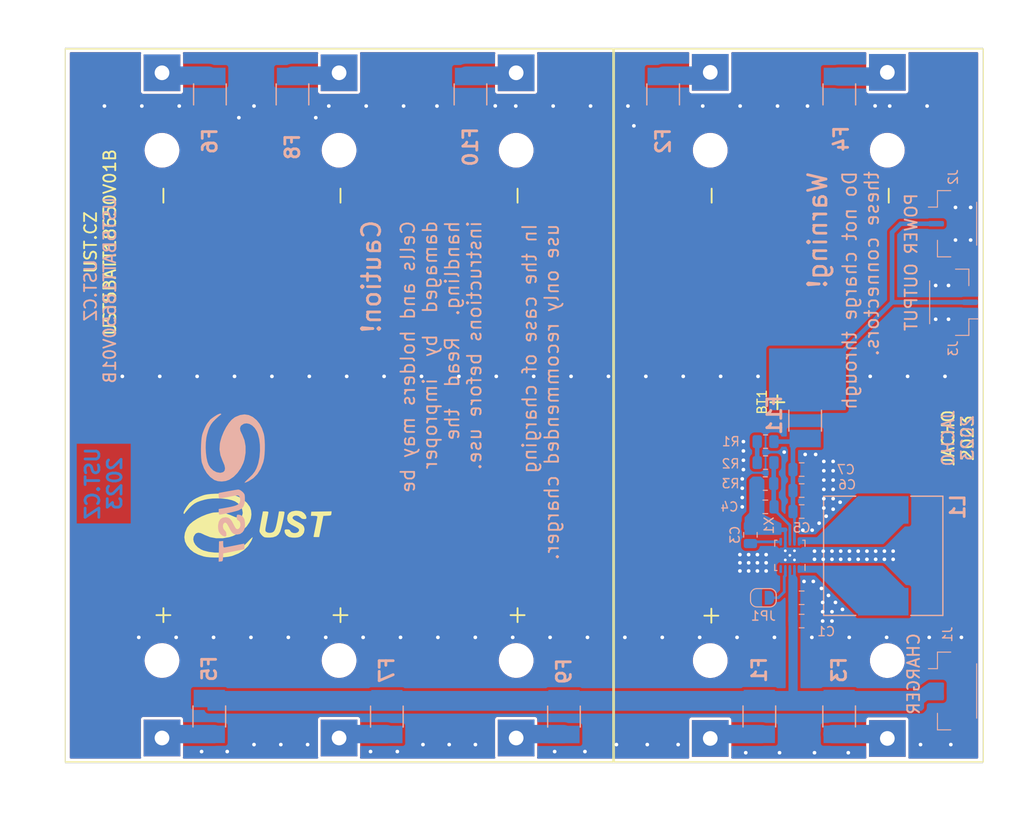
<source format=kicad_pcb>
(kicad_pcb (version 20211014) (generator pcbnew)
  (layers (0 "F.Cu" signal) (31 "B.Cu" signal) (34 "B.Paste" user) (35 "F.Paste" user) (36 "B.SilkS" user "B.Silkscreen") (37 "F.SilkS" user "F.Silkscreen") (38 "B.Mask" user) (39 "F.Mask" user) (44 "Edge.Cuts" user))
  (net 0 "")
  (net 1 "GND")
  (net 2 "Net-(C3-Pad2)")
  (net 3 "Net-(C4-Pad1)")
  (net 4 "Net-(C5-Pad2)")
  (net 5 "Net-(L1-Pad1)")
  (net 6 "Net-(L1-Pad2)")
  (net 7 "Net-(JP1-Pad2)")
  (net 9 "Net-(BT1-Pad1+)")
  (net 10 "Net-(BT1-Pad2+)")
  (net 11 "Net-(BT2-Pad1+)")
  (net 12 "Net-(BT2-Pad2+)")
  (net 13 "Net-(BT2-Pad3+)")
  (net 14 "Net-(C1-Pad2)")
  (net 15 "VDD")
  (net 16 "Net-(R1-Pad1)")
  (net 17 "Net-(BT1-Pad1-)")
  (net 18 "Net-(BT1-Pad2-)")
  (net 19 "Net-(BT2-Pad1-)")
  (net 20 "Net-(BT2-Pad2-)")
  (net 21 "Net-(BT2-Pad3-)")
  (net 22 "GND1")
  (footprint "Mlab_Batery:BAT_BK-18650-PC6" (layer "F.Cu") (at 103.505 103.24 90)
    (fp_text reference "BT2")
    (fp_text value "INR18650-MJ1")
    (fp_text user "-" (at 22.86 19.3 90 unlocked) (layer "F.SilkS") (effects (font (size 2 2) (thickness 0.2))))
    (fp_text user "+" (at -22.86 0 90 unlocked) (layer "F.SilkS") (effects (font (size 2 2) (thickness 0.2))))
    (fp_text user "-" (at 22.86 -19.3 90 unlocked) (layer "F.SilkS") (effects (font (size 2 2) (thickness 0.2))))
    (fp_text user "+" (at -22.86 -19.3 90 unlocked) (layer "F.SilkS") (effects (font (size 2 2) (thickness 0.2))))
    (fp_text user "-" (at 22.86 0 90 unlocked) (layer "F.SilkS") (effects (font (size 2 2) (thickness 0.2))))
    (fp_text user "+" (at -22.86 19.3 90 unlocked) (layer "F.SilkS") (effects (font (size 2 2) (thickness 0.2))))
    (pad "" np_thru_hole circle locked (at -27.805 -19.3 90) (size 3.2 3.2) (drill 3.2) (layers *.Cu *.Mask))
    (pad "" np_thru_hole circle locked (at 27.805 19.3 90) (size 3.2 3.2) (drill 3.2) (layers *.Cu *.Mask))
    (pad "" np_thru_hole circle locked (at 27.805 0 90) (size 3.2 3.2) (drill 3.2) (layers *.Cu *.Mask))
    (pad "" np_thru_hole circle locked (at -27.805 19.3 90) (size 3.2 3.2) (drill 3.2) (layers *.Cu *.Mask))
    (pad "" np_thru_hole circle locked (at 27.805 -19.3 90) (size 3.2 3.2) (drill 3.2) (layers *.Cu *.Mask))
    (pad "" np_thru_hole circle locked (at -27.805 0 90) (size 3.2 3.2) (drill 3.2) (layers *.Cu *.Mask))
    (pad "1+" thru_hole rect locked (at -36.25 -19.3 90) (size 4 4) (drill 1.6) (layers *.Cu *.Mask) (net 11 "Net-(BT2-Pad1+)"))
    (pad "1-" thru_hole rect locked (at 36.25 -19.3 90) (size 4 4) (drill 1.6) (layers *.Cu *.Mask) (net 19 "Net-(BT2-Pad1-)"))
    (pad "2+" thru_hole rect locked (at -36.25 0 90) (size 4 4) (drill 1.6) (layers *.Cu *.Mask) (net 12 "Net-(BT2-Pad2+)"))
    (pad "2-" thru_hole rect locked (at 36.25 0 90) (size 4 4) (drill 1.6) (layers *.Cu *.Mask) (net 20 "Net-(BT2-Pad2-)"))
    (pad "3+" thru_hole rect locked (at -36.25 19.3 90) (size 4 4) (drill 1.6) (layers *.Cu *.Mask) (net 13 "Net-(BT2-Pad3+)"))
    (pad "3-" thru_hole rect locked (at 36.25 19.3 90) (size 4 4) (drill 1.6) (layers *.Cu *.Mask) (net 21 "Net-(BT2-Pad3-)"))
  )
  (footprint "MLAB_LOGA:UST" (layer "F.Cu") (at 94.615 116.332)
    (fp_text reference "G2" hide)
    (fp_text value "LOGO_UST" hide)
  )
  (footprint "Mlab_Batery:BAT_BK-18650-PC4" (layer "F.Cu") (at 153.61 103.24 90)
    (fp_text reference "BT1" (at 0.37 -4.004 90) (layer "F.SilkS"))
    (fp_text value "INR18650-MJ1")
    (fp_text user "-" (at 22.86 9.65 90 unlocked) (layer "F.SilkS") (effects (font (size 2 2) (thickness 0.2))))
    (fp_text user "+" (at -22.920099 -9.684444 90 unlocked) (layer "F.SilkS") (effects (font (size 2 2) (thickness 0.2))))
    (fp_text user "-" (at 22.86 -9.65 90 unlocked) (layer "F.SilkS") (effects (font (size 2 2) (thickness 0.2))))
    (fp_text user "+" (at 0.342 -2.484 90 unlocked) (layer "F.SilkS") (effects (font (size 2 2) (thickness 0.2))))
    (pad "" np_thru_hole circle locked (at -27.81 -9.65 90) (size 3.2 3.2) (drill 3.2) (layers *.Cu *.Mask))
    (pad "" np_thru_hole circle locked (at -27.81 9.65 90) (size 3.2 3.2) (drill 3.2) (layers *.Cu *.Mask))
    (pad "" np_thru_hole circle locked (at 27.81 9.65 90) (size 3.2 3.2) (drill 3.2) (layers *.Cu *.Mask))
    (pad "" np_thru_hole circle locked (at 27.81 -9.65 90) (size 3.2 3.2) (drill 3.2) (layers *.Cu *.Mask))
    (pad "1+" thru_hole rect locked (at -36.3 -9.65 90) (size 4 4) (drill 1.6) (layers *.Cu *.Mask) (net 9 "Net-(BT1-Pad1+)"))
    (pad "1-" thru_hole rect locked (at 36.3 -9.65 90) (size 4 4) (drill 1.6) (layers *.Cu *.Mask) (net 17 "Net-(BT1-Pad1-)"))
    (pad "2+" thru_hole rect locked (at -36.3 9.65 90) (size 4 4) (drill 1.6) (layers *.Cu *.Mask) (net 10 "Net-(BT1-Pad2+)"))
    (pad "2-" thru_hole rect locked (at 36.3 9.65 90) (size 4 4) (drill 1.6) (layers *.Cu *.Mask) (net 18 "Net-(BT1-Pad2-)"))
  )
  (footprint "Mlab_F:1812" (layer "B.Cu") (at 138.826 69.342 -90)
    (fp_text reference "F2" (at 5.08 0 90) (layer "B.SilkS") (effects (font (size 1.524 1.524) (thickness 0.3048)) (justify mirror)))
    (fp_text value "350mA" hide)
    (pad "1" smd rect locked (at -1.95 0 270) (size 1.9 3.4) (layers "B.Cu" "B.Paste" "B.Mask") (net 17 "Net-(BT1-Pad1-)"))
    (pad "2" smd rect locked (at 1.95 0 270) (size 1.9 3.4) (layers "B.Cu" "B.Paste" "B.Mask") (net 1 "GND"))
  )
  (footprint "Capacitor_SMD:C_0805_2012Metric" (layer "B.Cu") (at 153.924 114.808 180)
    (fp_text reference "C5" (at 0 -1.778) (layer "B.SilkS") (effects (justify mirror)))
    (fp_text value "10uF" hide)
    (pad "1" smd roundrect (at -0.95 0 180) (size 1 1.45) (layers "B.Cu" "B.Paste" "B.Mask") (net 1 "GND"))
    (pad "2" smd roundrect (at 0.95 0 180) (size 1 1.45) (layers "B.Cu" "B.Paste" "B.Mask") (net 4 "Net-(C5-Pad2)"))
  )
  (footprint "NetTie:NetTie-2_SMD_Pad0.5mm" (layer "B.Cu") (at 151.626 116.798 180)
    (fp_text reference "JP2" hide)
    (fp_text value "Jumper_2_Bridged")
    (fp_poly (pts (xy -0.5 0.25) (xy 0.5 0.25) (xy 0.5 -0.25) (xy -0.5 -0.25)) (layer "B.Cu") (width 0) (fill solid))
    (pad "1" smd circle (at -0.5 0 180) (size 0.5 0.5) (layers "B.Cu") (net 1 "GND"))
    (pad "2" smd circle (at 0.5 0 180) (size 0.5 0.5) (layers "B.Cu") (net 22 "GND1"))
  )
  (footprint "Mlab_F:1812" (layer "B.Cu") (at 108.712 137.16 -90)
    (fp_text reference "F7" (at -5.08 0 90) (layer "B.SilkS") (effects (font (size 1.524 1.524) (thickness 0.3048)) (justify mirror)))
    (fp_text value "350mA" hide)
    (pad "1" smd rect locked (at -1.95 0 270) (size 1.9 3.4) (layers "B.Cu" "B.Paste" "B.Mask") (net 14 "Net-(C1-Pad2)"))
    (pad "2" smd rect locked (at 1.95 0 270) (size 1.9 3.4) (layers "B.Cu" "B.Paste" "B.Mask") (net 12 "Net-(BT2-Pad2+)"))
  )
  (footprint "Capacitor_SMD:C_0805_2012Metric" (layer "B.Cu") (at 153.924 124.206 180)
    (fp_text reference "C2" hide)
    (fp_text value "10uF" hide)
    (pad "1" smd roundrect (at -0.95 0 180) (size 1 1.45) (layers "B.Cu" "B.Paste" "B.Mask") (net 1 "GND"))
    (pad "2" smd roundrect (at 0.95 0 180) (size 1 1.45) (layers "B.Cu" "B.Paste" "B.Mask") (net 14 "Net-(C1-Pad2)"))
  )
  (footprint "Connector_JST:JST_GH_SM03B-GHS-TB_1x03-1MP_P1.25mm_Horizontal" (layer "B.Cu") (at 170.434 83.439 -90)
    (fp_text reference "J2" (at -5.08 0 90) (layer "B.SilkS") (effects (justify mirror)))
    (fp_text value "SM03B-GHS-TB")
    (pad "1" smd roundrect (at -1.25 1.85 270) (size 0.6 1.7) (layers "B.Cu" "B.Paste" "B.Mask") (net 1 "GND"))
    (pad "2" smd roundrect (at 0 1.85 270) (size 0.6 1.7) (layers "B.Cu" "B.Paste" "B.Mask") (net 15 "VDD"))
    (pad "3" smd roundrect (at 1.25 1.85 270) (size 0.6 1.7) (layers "B.Cu" "B.Paste" "B.Mask") (net 1 "GND"))
    (pad "MP" smd roundrect (at -3.1 -1.35 270) (size 1 2.7) (layers "B.Cu" "B.Paste" "B.Mask") (net 1 "GND"))
    (pad "MP" smd roundrect (at 3.1 -1.35 270) (size 1 2.7) (layers "B.Cu" "B.Paste" "B.Mask") (net 1 "GND"))
  )
  (footprint "Mlab_F:1812" (layer "B.Cu") (at 158.026 69.342 -90)
    (fp_text reference "F4" (at 4.826 -0.216 90) (layer "B.SilkS") (effects (font (size 1.524 1.524) (thickness 0.3048)) (justify mirror)))
    (fp_text value "350mA" hide)
    (pad "1" smd rect locked (at -1.95 0 270) (size 1.9 3.4) (layers "B.Cu" "B.Paste" "B.Mask") (net 18 "Net-(BT1-Pad2-)"))
    (pad "2" smd rect locked (at 1.95 0 270) (size 1.9 3.4) (layers "B.Cu" "B.Paste" "B.Mask") (net 1 "GND"))
  )
  (footprint "Mlab_F:1812" (layer "B.Cu") (at 98.426 69.342 -90)
    (fp_text reference "F8" (at 5.715 0 90) (layer "B.SilkS") (effects (font (size 1.524 1.524) (thickness 0.3048)) (justify mirror)))
    (fp_text value "350mA" hide)
    (pad "1" smd rect locked (at -1.95 0 270) (size 1.9 3.4) (layers "B.Cu" "B.Paste" "B.Mask") (net 20 "Net-(BT2-Pad2-)"))
    (pad "2" smd rect locked (at 1.95 0 270) (size 1.9 3.4) (layers "B.Cu" "B.Paste" "B.Mask") (net 1 "GND"))
  )
  (footprint "Resistor_SMD:R_0805_2012Metric" (layer "B.Cu") (at 149.9635 111.76)
    (fp_text reference "R3" (at -3.7865 0) (layer "B.SilkS") (effects (justify mirror)))
    (fp_text value "100k" hide)
    (pad "1" smd roundrect (at -0.9125 0) (size 1.025 1.4) (layers "B.Cu" "B.Paste" "B.Mask") (roundrect_rratio 0.243902) (net 22 "GND1"))
    (pad "2" smd roundrect (at 0.9125 0) (size 1.025 1.4) (layers "B.Cu" "B.Paste" "B.Mask") (roundrect_rratio 0.243902) (net 3 "Net-(C4-Pad1)"))
  )
  (footprint "Mlab_F:1812" (layer "B.Cu") (at 89.426 69.342 -90)
    (fp_text reference "F6" (at 5.08 0 90) (layer "B.SilkS") (effects (font (size 1.524 1.524) (thickness 0.3048)) (justify mirror)))
    (fp_text value "350mA" hide)
    (pad "1" smd rect locked (at -1.95 0 270) (size 1.9 3.4) (layers "B.Cu" "B.Paste" "B.Mask") (net 19 "Net-(BT2-Pad1-)"))
    (pad "2" smd rect locked (at 1.95 0 270) (size 1.9 3.4) (layers "B.Cu" "B.Paste" "B.Mask") (net 1 "GND"))
  )
  (footprint "Capacitor_SMD:C_0805_2012Metric" (layer "B.Cu") (at 149.9635 114.3 180)
    (fp_text reference "C4" (at 3.9135 0) (layer "B.SilkS") (effects (justify mirror)))
    (fp_text value "10p" hide)
    (pad "1" smd roundrect (at -0.95 0 180) (size 1 1.45) (layers "B.Cu" "B.Paste" "B.Mask") (net 3 "Net-(C4-Pad1)"))
    (pad "2" smd roundrect (at 0.95 0 180) (size 1 1.45) (layers "B.Cu" "B.Paste" "B.Mask") (net 22 "GND1"))
  )
  (footprint "Mlab_F:1812" (layer "B.Cu") (at 128.016 137.16 -90)
    (fp_text reference "F9" (at -4.953 0 90) (layer "B.SilkS") (effects (font (size 1.524 1.524) (thickness 0.3048)) (justify mirror)))
    (fp_text value "350mA" hide)
    (pad "1" smd rect locked (at -1.95 0 270) (size 1.9 3.4) (layers "B.Cu" "B.Paste" "B.Mask") (net 14 "Net-(C1-Pad2)"))
    (pad "2" smd rect locked (at 1.95 0 270) (size 1.9 3.4) (layers "B.Cu" "B.Paste" "B.Mask") (net 13 "Net-(BT2-Pad3+)"))
  )
  (footprint "Resistor_SMD:R_0805_2012Metric" (layer "B.Cu") (at 149.987 107.188)
    (fp_text reference "R1" (at -3.7865 0) (layer "B.SilkS") (effects (justify mirror)))
    (fp_text value "560k" hide)
    (pad "1" smd roundrect (at -0.9125 0) (size 1.025 1.4) (layers "B.Cu" "B.Paste" "B.Mask") (roundrect_rratio 0.243902) (net 16 "Net-(R1-Pad1)"))
    (pad "2" smd roundrect (at 0.9125 0) (size 1.025 1.4) (layers "B.Cu" "B.Paste" "B.Mask") (roundrect_rratio 0.243902) (net 4 "Net-(C5-Pad2)"))
  )
  (footprint "Capacitor_SMD:C_0805_2012Metric" (layer "B.Cu") (at 153.924 110.236 180)
    (fp_text reference "C7" (at -4.826 0) (layer "B.SilkS") (effects (justify mirror)))
    (fp_text value "47uF/6V3" hide)
    (pad "1" smd roundrect (at -0.95 0 180) (size 1 1.45) (layers "B.Cu" "B.Paste" "B.Mask") (net 1 "GND"))
    (pad "2" smd roundrect (at 0.95 0 180) (size 1 1.45) (layers "B.Cu" "B.Paste" "B.Mask") (net 4 "Net-(C5-Pad2)"))
  )
  (footprint "Mlab_F:1812" (layer "B.Cu") (at 117.826 69.342 -90)
    (fp_text reference "F10" (at 5.715 0 90) (layer "B.SilkS") (effects (font (size 1.524 1.524) (thickness 0.3048)) (justify mirror)))
    (fp_text value "350mA" hide)
    (pad "1" smd rect locked (at -1.95 0 270) (size 1.9 3.4) (layers "B.Cu" "B.Paste" "B.Mask") (net 21 "Net-(BT2-Pad3-)"))
    (pad "2" smd rect locked (at 1.95 0 270) (size 1.9 3.4) (layers "B.Cu" "B.Paste" "B.Mask") (net 1 "GND"))
  )
  (footprint "Jumper:SolderJumper-2_P1.3mm_Open_RoundedPad1.0x1.5mm" (layer "B.Cu") (at 149.748 124.206)
    (fp_text reference "JP1" (at 0 1.984) (layer "B.SilkS") (effects (justify mirror)))
    (fp_text value "SolderJumper_2_Open" hide)
    (pad "1" smd custom (at -0.65 0) (size 1 0.5) (layers "B.Cu" "B.Mask") (net 1 "GND") (options (clearance outline) (anchor rect)) (primitives (gr_circle (center 0 -0.25) (end 0.5 -0.25) (width 0) (fill yes)) (gr_circle (center 0 0.25) (end 0.5 0.25) (width 0) (fill yes)) (gr_poly (pts (xy 0.5 0.75) (xy 0 0.75) (xy 0 -0.75) (xy 0.5 -0.75)) (width 0) (fill yes))))
    (pad "2" smd custom (at 0.65 0) (size 1 0.5) (layers "B.Cu" "B.Mask") (net 7 "Net-(JP1-Pad2)") (options (clearance outline) (anchor rect)) (primitives (gr_circle (center 0 -0.25) (end 0.5 -0.25) (width 0) (fill yes)) (gr_circle (center 0 0.25) (end 0.5 0.25) (width 0) (fill yes)) (gr_poly (pts (xy 0 0.75) (xy -0.5 0.75) (xy -0.5 -0.75) (xy 0 -0.75)) (width 0) (fill yes))))
  )
  (footprint "Capacitor_SMD:C_0805_2012Metric" (layer "B.Cu") (at 148.336 117.348 -90)
    (fp_text reference "C3" (at 0 1.68 -270) (layer "B.SilkS") (effects (justify mirror)))
    (fp_text value "100nF" hide)
    (pad "1" smd roundrect (at -0.95 0 270) (size 1 1.45) (layers "B.Cu" "B.Paste" "B.Mask") (net 22 "GND1"))
    (pad "2" smd roundrect (at 0.95 0 270) (size 1 1.45) (layers "B.Cu" "B.Paste" "B.Mask") (net 2 "Net-(C3-Pad2)"))
  )
  (footprint "MLAB_LOGA:UST" (layer "B.Cu") (at 91.926 112.198 -90)
    (fp_text reference "G1" hide)
    (fp_text value "LOGO_UST" hide)
  )
  (footprint "Mlab_L:DE1207" (layer "B.Cu") (at 162.814 119.634 -90)
    (fp_text reference "L1" (at -5.334 -8.128 90) (layer "B.SilkS") (effects (font (size 1.524 1.524) (thickness 0.3048)) (justify mirror)))
    (fp_text value "DE1207-1" hide)
    (pad "1" smd rect (at 5 0 270) (size 3 5.5) (layers "B.Cu" "B.Paste" "B.Mask") (net 5 "Net-(L1-Pad1)"))
    (pad "2" smd rect (at -5 0 270) (size 3 5.5) (layers "B.Cu" "B.Paste" "B.Mask") (net 6 "Net-(L1-Pad2)"))
  )
  (footprint "Capacitor_SMD:C_0805_2012Metric" (layer "B.Cu") (at 153.924 112.522 180)
    (fp_text reference "C6" (at -4.953 0.635) (layer "B.SilkS") (effects (justify mirror)))
    (fp_text value "47uF/6V3" hide)
    (pad "1" smd roundrect (at -0.95 0 180) (size 1 1.45) (layers "B.Cu" "B.Paste" "B.Mask") (net 1 "GND"))
    (pad "2" smd roundrect (at 0.95 0 180) (size 1 1.45) (layers "B.Cu" "B.Paste" "B.Mask") (net 4 "Net-(C5-Pad2)"))
  )
  (footprint "Mlab_F:1812" (layer "B.Cu") (at 158.01 137.14 -90)
    (fp_text reference "F3" (at -5.08 0 90) (layer "B.SilkS") (effects (font (size 1.524 1.524) (thickness 0.3048)) (justify mirror)))
    (fp_text value "350mA" hide)
    (pad "1" smd rect locked (at -1.95 0 270) (size 1.9 3.4) (layers "B.Cu" "B.Paste" "B.Mask") (net 14 "Net-(C1-Pad2)"))
    (pad "2" smd rect locked (at 1.95 0 270) (size 1.9 3.4) (layers "B.Cu" "B.Paste" "B.Mask") (net 10 "Net-(BT1-Pad2+)"))
  )
  (footprint "Capacitor_SMD:C_0805_2012Metric" (layer "B.Cu") (at 153.924 126.746 180)
    (fp_text reference "C1" (at -2.667 -1.143) (layer "B.SilkS") (effects (justify mirror)))
    (fp_text value "47uF/6V3" hide)
    (pad "1" smd roundrect (at -0.95 0 180) (size 1 1.45) (layers "B.Cu" "B.Paste" "B.Mask") (net 1 "GND"))
    (pad "2" smd roundrect (at 0.95 0 180) (size 1 1.45) (layers "B.Cu" "B.Paste" "B.Mask") (net 14 "Net-(C1-Pad2)"))
  )
  (footprint "Resistor_SMD:R_0805_2012Metric" (layer "B.Cu") (at 149.987 109.474 180)
    (fp_text reference "R2" (at 3.81 -0.127) (layer "B.SilkS") (effects (justify mirror)))
    (fp_text value "20k" hide)
    (pad "1" smd roundrect (at -0.9125 0 180) (size 1.025 1.4) (layers "B.Cu" "B.Paste" "B.Mask") (roundrect_rratio 0.243902) (net 3 "Net-(C4-Pad1)"))
    (pad "2" smd roundrect (at 0.9125 0 180) (size 1.025 1.4) (layers "B.Cu" "B.Paste" "B.Mask") (roundrect_rratio 0.243902) (net 16 "Net-(R1-Pad1)"))
  )
  (footprint "Package_SON:Texas_S-PWSON-N10_ThermalVias" (layer "B.Cu") (at 152.638 119.585 90)
    (fp_text reference "X1" (at 3.253 -2.27 90) (layer "B.SilkS") (effects (justify mirror)))
    (fp_text value "TPS63060" hide)
    (pad "1" smd rect (at -1.76 1 90) (size 0.28 0.28) (layers "B.Cu" "B.Paste" "B.Mask") (net 5 "Net-(L1-Pad1)"))
    (pad "1" smd oval (at -1.475 1 90) (size 0.85 0.28) (layers "B.Cu" "B.Paste" "B.Mask") (net 5 "Net-(L1-Pad1)"))
    (pad "2" smd rect (at -1.76 0.5 90) (size 0.28 0.28) (layers "B.Cu" "B.Paste" "B.Mask") (net 14 "Net-(C1-Pad2)"))
    (pad "2" smd oval (at -1.475 0.5 90) (size 0.85 0.28) (layers "B.Cu" "B.Paste" "B.Mask") (net 14 "Net-(C1-Pad2)"))
    (pad "3" smd rect (at -1.76 0 90) (size 0.28 0.28) (layers "B.Cu" "B.Paste" "B.Mask") (net 14 "Net-(C1-Pad2)"))
    (pad "3" smd oval (at -1.475 0 90) (size 0.85 0.28) (layers "B.Cu" "B.Paste" "B.Mask") (net 14 "Net-(C1-Pad2)"))
    (pad "4" smd oval (at -1.475 -0.5 90) (size 0.85 0.28) (layers "B.Cu" "B.Paste" "B.Mask") (net 7 "Net-(JP1-Pad2)"))
    (pad "4" smd rect (at -1.76 -0.5 90) (size 0.28 0.28) (layers "B.Cu" "B.Paste" "B.Mask") (net 7 "Net-(JP1-Pad2)"))
    (pad "5" smd rect (at -1.76 -1 90) (size 0.28 0.28) (layers "B.Cu" "B.Paste" "B.Mask"))
    (pad "5" smd oval (at -1.475 -1 90) (size 0.85 0.28) (layers "B.Cu" "B.Paste" "B.Mask"))
    (pad "6" smd oval (at 1.475 -1 90) (size 0.85 0.28) (layers "B.Cu" "B.Paste" "B.Mask") (net 2 "Net-(C3-Pad2)"))
    (pad "6" smd rect (at 1.76 -1 90) (size 0.28 0.28) (layers "B.Cu" "B.Paste" "B.Mask") (net 2 "Net-(C3-Pad2)"))
    (pad "7" smd oval (at 1.475 -0.5 90) (size 0.85 0.28) (layers "B.Cu" "B.Paste" "B.Mask") (net 1 "GND"))
    (pad "7" smd rect (at 1.76 -0.5 90) (size 0.28 0.28) (layers "B.Cu" "B.Paste" "B.Mask") (net 1 "GND"))
    (pad "8" smd oval (at 1.475 0 90) (size 0.85 0.28) (layers "B.Cu" "B.Paste" "B.Mask") (net 3 "Net-(C4-Pad1)"))
    (pad "8" smd rect (at 1.76 0 90) (size 0.28 0.28) (layers "B.Cu" "B.Paste" "B.Mask") (net 3 "Net-(C4-Pad1)"))
    (pad "9" smd oval (at 1.475 0.5 90) (size 0.85 0.28) (layers "B.Cu" "B.Paste" "B.Mask") (net 4 "Net-(C5-Pad2)"))
    (pad "9" smd rect (at 1.76 0.5 90) (size 0.28 0.28) (layers "B.Cu" "B.Paste" "B.Mask") (net 4 "Net-(C5-Pad2)"))
    (pad "10" smd rect (at 1.76 1 90) (size 0.28 0.28) (layers "B.Cu" "B.Paste" "B.Mask") (net 6 "Net-(L1-Pad2)"))
    (pad "10" smd oval (at 1.475 1 90) (size 0.85 0.28) (layers "B.Cu" "B.Paste" "B.Mask") (net 6 "Net-(L1-Pad2)"))
    (pad "11" smd rect (at -0.6 -1.425 90) (size 0.25 0.7) (layers "B.Cu" "B.Paste" "B.Mask") (net 1 "GND"))
    (pad "11" smd rect (at 0.6 -1.425 90) (size 0.25 0.7) (layers "B.Cu" "B.Paste" "B.Mask") (net 1 "GND"))
    (pad "11" smd rect (at -0.6 -1.425 90) (size 0.23 0.6) (layers "B.Cu" "B.Paste" "B.Mask") (net 1 "GND"))
    (pad "11" thru_hole circle (at 0 0 90) (size 0.6 0.6) (drill 0.3) (layers *.Cu *.Mask) (net 1 "GND"))
    (pad "11" smd rect (at -0.6 1.425 90) (size 0.25 0.7) (layers "B.Cu" "B.Paste" "B.Mask") (net 1 "GND"))
    (pad "11" smd rect (at 0 0 90) (size 1.7 2.15) (layers "B.Cu" "B.Mask") (net 1 "GND"))
    (pad "11" smd rect (at 0.435 0.56 90) (size 0.65 0.9) (layers "B.Cu" "B.Paste" "B.Mask") (net 1 "GND"))
    (pad "11" smd rect (at 0.2 1.425 90) (size 0.25 0.7) (layers "B.Cu" "B.Paste" "B.Mask") (net 1 "GND"))
    (pad "11" smd rect (at -0.2 -1.425 90) (size 0.23 0.6) (layers "B.Cu" "B.Paste" "B.Mask") (net 1 "GND"))
    (pad "11" smd rect (at 0.2 1.425 90) (size 0.23 0.6) (layers "B.Cu" "B.Paste" "B.Mask") (net 1 "GND"))
    (pad "11" thru_hole circle (at 0.5 0.5 90) (size 0.6 0.6) (drill 0.3) (layers *.Cu *.Mask) (net 1 "GND"))
    (pad "11" smd rect (at -0.001 0 90) (size 2.3 2.3) (layers "F.Cu") (net 1 "GND"))
    (pad "11" smd rect (at 0.2 -1.425 90) (size 0.25 0.7) (layers "B.Cu" "B.Paste" "B.Mask") (net 1 "GND"))
    (pad "11" smd rect (at 0.6 1.425 90) (size 0.25 0.7) (layers "B.Cu" "B.Paste" "B.Mask") (net 1 "GND"))
    (pad "11" thru_hole circle (at -0.5 -0.5 90) (size 0.6 0.6) (drill 0.3) (layers *.Cu *.Mask) (net 1 "GND"))
    (pad "11" smd rect (at 0.2 -1.425 90) (size 0.23 0.6) (layers "B.Cu" "B.Paste" "B.Mask") (net 1 "GND"))
    (pad "11" smd rect (at -0.2 1.425 90) (size 0.25 0.7) (layers "B.Cu" "B.Paste" "B.Mask") (net 1 "GND"))
    (pad "11" thru_hole circle (at -0.5 0.5 90) (size 0.6 0.6) (drill 0.3) (layers *.Cu *.Mask) (net 1 "GND"))
    (pad "11" smd rect (at -0.435 -0.56 90) (size 0.65 0.9) (layers "B.Cu" "B.Paste" "B.Mask") (net 1 "GND"))
    (pad "11" smd rect (at -0.6 1.425 90) (size 0.23 0.6) (layers "B.Cu" "B.Paste" "B.Mask") (net 1 "GND"))
    (pad "11" thru_hole circle (at 0.5 -0.5 90) (size 0.6 0.6) (drill 0.3) (layers *.Cu *.Mask) (net 1 "GND"))
    (pad "11" smd rect (at -0.435 0.56 90) (size 0.65 0.9) (layers "B.Cu" "B.Paste" "B.Mask") (net 1 "GND"))
    (pad "11" smd rect (at 0.435 -0.56 90) (size 0.65 0.9) (layers "B.Cu" "B.Paste" "B.Mask") (net 1 "GND"))
    (pad "11" smd rect (at -0.2 -1.425 90) (size 0.25 0.7) (layers "B.Cu" "B.Paste" "B.Mask") (net 1 "GND"))
    (pad "11" smd rect (at 0.6 1.425 90) (size 0.23 0.6) (layers "B.Cu" "B.Paste" "B.Mask") (net 1 "GND"))
    (pad "11" smd rect (at 0.6 -1.425 90) (size 0.23 0.6) (layers "B.Cu" "B.Paste" "B.Mask") (net 1 "GND"))
    (pad "11" smd rect (at -0.2 1.425 90) (size 0.23 0.6) (layers "B.Cu" "B.Paste" "B.Mask") (net 1 "GND"))
  )
  (footprint "Connector_JST:JST_GH_SM04B-GHS-TB_1x04-1MP_P1.25mm_Horizontal" (layer "B.Cu") (at 170.434 134.366 -90)
    (fp_text reference "J1" (at -6.168 0.608 90) (layer "B.SilkS") (effects (justify mirror)))
    (fp_text value "SM04B-GHS-TB")
    (pad "1" smd roundrect (at -1.875 1.85 270) (size 0.6 1.7) (layers "B.Cu" "B.Paste" "B.Mask") (net 1 "GND"))
    (pad "2" smd roundrect (at -0.625 1.85 270) (size 0.6 1.7) (layers "B.Cu" "B.Paste" "B.Mask") (net 14 "Net-(C1-Pad2)"))
    (pad "3" smd roundrect (at 0.625 1.85 270) (size 0.6 1.7) (layers "B.Cu" "B.Paste" "B.Mask") (net 14 "Net-(C1-Pad2)"))
    (pad "4" smd roundrect (at 1.875 1.85 270) (size 0.6 1.7) (layers "B.Cu" "B.Paste" "B.Mask") (net 1 "GND"))
    (pad "MP" smd roundrect (at -3.725 -1.35 270) (size 1 2.7) (layers "B.Cu" "B.Paste" "B.Mask") (net 1 "GND"))
    (pad "MP" smd roundrect (at 3.725 -1.35 270) (size 1 2.7) (layers "B.Cu" "B.Paste" "B.Mask") (net 1 "GND"))
  )
  (footprint "Connector_JST:JST_GH_SM03B-GHS-TB_1x03-1MP_P1.25mm_Horizontal" (layer "B.Cu") (at 170.434 92 90)
    (fp_text reference "J3" (at -5.028 0 90) (layer "B.SilkS") (effects (justify mirror)))
    (fp_text value "SM03B-GHS-TB")
    (pad "1" smd roundrect (at -1.25 1.85 90) (size 0.6 1.7) (layers "B.Cu" "B.Paste" "B.Mask") (net 1 "GND"))
    (pad "2" smd roundrect (at 0 1.85 90) (size 0.6 1.7) (layers "B.Cu" "B.Paste" "B.Mask") (net 15 "VDD"))
    (pad "3" smd roundrect (at 1.25 1.85 90) (size 0.6 1.7) (layers "B.Cu" "B.Paste" "B.Mask") (net 1 "GND"))
    (pad "MP" smd roundrect (at -3.1 -1.35 90) (size 1 2.7) (layers "B.Cu" "B.Paste" "B.Mask") (net 1 "GND"))
    (pad "MP" smd roundrect (at 3.1 -1.35 90) (size 1 2.7) (layers "B.Cu" "B.Paste" "B.Mask") (net 1 "GND"))
  )
  (footprint "Mlab_F:1812" (layer "B.Cu") (at 89.36 137.14 -90)
    (fp_text reference "F5" (at -5.207 0 90) (layer "B.SilkS") (effects (font (size 1.524 1.524) (thickness 0.3048)) (justify mirror)))
    (fp_text value "350mA" hide)
    (pad "1" smd rect locked (at -1.95 0 270) (size 1.9 3.4) (layers "B.Cu" "B.Paste" "B.Mask") (net 14 "Net-(C1-Pad2)"))
    (pad "2" smd rect locked (at 1.95 0 270) (size 1.9 3.4) (layers "B.Cu" "B.Paste" "B.Mask") (net 11 "Net-(BT2-Pad1+)"))
  )
  (footprint "Mlab_F:1812" (layer "B.Cu") (at 149.31 137.14 -90)
    (fp_text reference "F1" (at -5.08 0 90) (layer "B.SilkS") (effects (font (size 1.524 1.524) (thickness 0.3048)) (justify mirror)))
    (fp_text value "350mA" hide)
    (pad "1" smd rect locked (at -1.95 0 270) (size 1.9 3.4) (layers "B.Cu" "B.Paste" "B.Mask") (net 14 "Net-(C1-Pad2)"))
    (pad "2" smd rect locked (at 1.95 0 270) (size 1.9 3.4) (layers "B.Cu" "B.Paste" "B.Mask") (net 9 "Net-(BT1-Pad1+)"))
  )
  (footprint "Mlab_F:1812" (layer "B.Cu") (at 154.305 104.902 90)
    (fp_text reference "F11" (at 0.612 -3.345 90) (layer "B.SilkS") (effects (font (size 1.524 1.524) (thickness 0.3048)) (justify mirror)))
    (fp_text value "1,1A" hide)
    (pad "1" smd rect locked (at -1.95 0 90) (size 1.9 3.4) (layers "B.Cu" "B.Paste" "B.Mask") (net 4 "Net-(C5-Pad2)"))
    (pad "2" smd rect locked (at 1.95 0 90) (size 1.9 3.4) (layers "B.Cu" "B.Paste" "B.Mask") (net 15 "VDD"))
  )
  (gr_rect (start 73.66 142.24) (end 173.66 64.24) (layer "Edge.Cuts") (width 0.05) (fill none))
  (gr_text "UST.CZ\n2023" (at 77.851 111.76 90) (layer "B.Cu") (effects (font (size 1.5 1.5) (thickness 0.3)) (justify mirror)))
  (gr_text "UST.CZ\nUST5BATT18650V01B" (at 77.47 90.698 90) (layer "B.SilkS") (effects (font (size 1.3 1.3) (thickness 0.2)) (justify mirror)))
  (gr_text "CHARGER" (at 166.126 132.498 90) (layer "B.SilkS") (effects (font (size 1.3 1.3) (thickness 0.2)) (justify mirror)))
  (gr_text "JACHO\n2023" (at 170.942 106.807 90) (layer "B.SilkS") (effects (font (size 1.3 1.3) (thickness 0.2)) (justify mirror)))
  (gr_text "Warning!" (at 155.66 84.14 90) (layer "B.SilkS") (effects (font (size 2 2) (thickness 0.3)) (justify mirror)))
  (gr_text "Cells and holders may be\ndamaged  by  improper\nhandling.  Read  the\ninstructions before use." (at 114.626 82.998 90) (layer "B.SilkS") (effects (font (size 1.5 1.5) (thickness 0.2)) (justify left mirror)))
  (gr_text "POWER OUTPUT" (at 165.862 87.63 90) (layer "B.SilkS") (effects (font (size 1.3 1.3) (thickness 0.2)) (justify mirror)))
  (gr_text "Caution!" (at 107.026 89.198 90) (layer "B.SilkS") (effects (font (size 2 2) (thickness 0.3)) (justify mirror)))
  (gr_text "In the case of charging\nuse only recommended charger." (at 125.476 83.312 90) (layer "B.SilkS") (effects (font (size 1.5 1.5) (thickness 0.2)) (justify left mirror)))
  (gr_text "Do not charge through\nthese connectors." (at 160.36 77.59 90) (layer "B.SilkS") (effects (font (size 1.5 1.5) (thickness 0.2)) (justify left mirror)))
  (gr_text "UST.CZ\nUST5BATT18650V01B" (at 77.47 85.471 90) (layer "F.SilkS") (effects (font (size 1.3 1.3) (thickness 0.2))))
  (gr_text "JACHO\n2023" (at 170.942 106.807 90) (layer "F.SilkS") (effects (font (size 1.3 1.3) (thickness 0.2))))
  (via (at 157.226 120.015) (size 0.8) (drill 0.4) (layers "F.Cu" "B.Cu") (net 1))
  (via (at 102.38509 70.612) (size 0.8) (drill 0.4) (layers "F.Cu" "B.Cu") (net 1))
  (via (at 100.965 71.882) (size 0.8) (drill 0.4) (layers "F.Cu" "B.Cu") (net 1))
  (via (at 159.131 119.126) (size 0.8) (drill 0.4) (layers "F.Cu" "B.Cu") (net 1))
  (via (at 161.393905 100.076) (size 0.8) (drill 0.4) (layers "F.Cu" "B.Cu") (net 1))
  (via (at 118.352455 128.524) (size 0.8) (drill 0.4) (layers "F.Cu" "B.Cu") (net 1))
  (via (at 130.57909 128.524) (size 0.8) (drill 0.4) (layers "F.Cu" "B.Cu") (net 1))
  (via (at 147.193 120.396) (size 0.8) (drill 0.4) (layers "F.Cu" "B.Cu") (net 1))
  (via (at 158.115 113.792) (size 0.8) (drill 0.4) (layers "F.Cu" "B.Cu") (net 1))
  (via (at 161.036 119.126) (size 0.8) (drill 0.4) (layers "F.Cu" "B.Cu") (net 1))
  (via (at 163.518265 70.612) (size 0.8) (drill 0.4) (layers "F.Cu" "B.Cu") (net 1))
  (via (at 108.41182 100.076) (size 0.8) (drill 0.4) (layers "F.Cu" "B.Cu") (net 1))
  (via (at 150.0505 119.507) (size 0.8) (drill 0.4) (layers "F.Cu" "B.Cu") (net 1))
  (via (at 169.545005 100.076) (size 0.8) (drill 0.4) (layers "F.Cu" "B.Cu") (net 1))
  (via (at 157.607 124.714) (size 0.8) (drill 0.4) (layers "F.Cu" "B.Cu") (net 1))
  (via (at 89.82364 128.524) (size 0.8) (drill 0.4) (layers "F.Cu" "B.Cu") (net 1))
  (via (at 92.10964 100.076) (size 0.8) (drill 0.4) (layers "F.Cu" "B.Cu") (net 1))
  (via (at 134.98945 70.612) (size 0.8) (drill 0.4) (layers "F.Cu" "B.Cu") (net 1))
  (via (at 156.2735 120.015) (size 0.8) (drill 0.4) (layers "F.Cu" "B.Cu") (net 1))
  (via (at 152.019 108.331) (size 0.8) (drill 0.4) (layers "F.Cu" "B.Cu") (net 1))
  (via (at 161.036 120.015) (size 0.8) (drill 0.4) (layers "F.Cu" "B.Cu") (net 1))
  (via (at 147.574 109.22) (size 0.8) (drill 0.4) (layers "F.Cu" "B.Cu") (net 1))
  (via (at 161.9885 119.126) (size 0.8) (drill 0.4) (layers "F.Cu" "B.Cu") (net 1))
  (via (at 124.714 100.076) (size 0.8) (drill 0.4) (layers "F.Cu" "B.Cu") (net 1))
  (via (at 156.845 123.952) (size 0.8) (drill 0.4) (layers "F.Cu" "B.Cu") (net 1))
  (via (at 147.828 141.097) (size 0.8) (drill 0.4) (layers "F.Cu" "B.Cu") (net 1))
  (via (at 97.155 140.208) (size 0.8) (drill 0.4) (layers "F.Cu" "B.Cu") (net 1))
  (via (at 148.1455 121.285) (size 0.8) (drill 0.4) (layers "F.Cu" "B.Cu") (net 1))
  (via (at 145.091725 100.076) (size 0.8) (drill 0.4) (layers "F.Cu" "B.Cu") (net 1))
  (via (at 154.178 122.428) (size 0.8) (drill 0.4) (layers "F.Cu" "B.Cu") (net 1))
  (via (at 106.12582 128.524) (size 0.8) (drill 0.4) (layers "F.Cu" "B.Cu") (net 1))
  (via (at 148.1455 120.396) (size 0.8) (drill 0.4) (layers "F.Cu" "B.Cu") (net 1))
  (via (at 155.448 108.585) (size 0.8) (drill 0.4) (layers "F.Cu" "B.Cu") (net 1))
  (via (at 137.0965 140.208) (size 0.8) (drill 0.4) (layers "F.Cu" "B.Cu") (net 1))
  (via (at 157.353 114.554) (size 0.8) (drill 0.4) (layers "F.Cu" "B.Cu") (net 1))
  (via (at 94.234 140.208) (size 0.8) (drill 0.4) (layers "F.Cu" "B.Cu") (net 1))
  (via (at 155.067 116.84) (size 0.8) (drill 0.4) (layers "F.Cu" "B.Cu") (net 1))
  (via (at 163.18345 128.524) (size 0.8) (drill 0.4) (layers "F.Cu" "B.Cu") (net 1))
  (via (at 155.321 119.126) (size 0.8) (drill 0.4) (layers "F.Cu" "B.Cu") (net 1))
  (via (at 150.0505 121.285) (size 0.8) (drill 0.4) (layers "F.Cu" "B.Cu") (net 1))
  (via (at 118.364 140.208) (size 0.8) (drill 0.4) (layers "F.Cu" "B.Cu") (net 1))
  (via (at 171.33455 128.524) (size 0.8) (drill 0.4) (layers "F.Cu" "B.Cu") (net 1))
  (via (at 168.529 90.17) (size 0.8) (drill 0.4) (layers "F.Cu" "B.Cu") (net 1))
  (via (at 157.226 126.746) (size 0.8) (drill 0.4) (layers "F.Cu" "B.Cu") (net 1))
  (via (at 85.748095 128.524) (size 0.8) (drill 0.4) (layers "F.Cu" "B.Cu") (net 1))
  (via (at 156.21 124.714) (size 0.8) (drill 0.4) (layers "F.Cu" "B.Cu") (net 1))
  (via (at 162.941 120.015) (size 0.8) (drill 0.4) (layers "F.Cu" "B.Cu") (net 1))
  (via (at 156.337 114.427) (size 0.8) (drill 0.4) (layers "F.Cu" "B.Cu") (net 1))
  (via (at 147.574 107.188) (size 0.8) (drill 0.4) (layers "F.Cu" "B.Cu") (net 1))
  (via (at 154.051 116.84) (size 0.8) (drill 0.4) (layers "F.Cu" "B.Cu") (net 1))
  (via (at 163.8935 120.015) (size 0.8) (drill 0.4) (layers "F.Cu" "B.Cu") (net 1))
  (via (at 149.16727 100.076) (size 0.8) (drill 0.4) (layers "F.Cu" "B.Cu") (net 1))
  (via (at 157.353 111.379) (size 0.8) (drill 0.4) (layers "F.Cu" "B.Cu") (net 1))
  (via (at 146.88127 128.524) (size 0.8) (drill 0.4) (layers "F.Cu" "B.Cu") (net 1))
  (via (at 160.0835 120.015) (size 0.8) (drill 0.4) (layers "F.Cu" "B.Cu") (net 1))
  (via (at 170.688 85.217) (size 0.8) (drill 0.4) (layers "F.Cu" "B.Cu") (net 1))
  (via (at 128.789545 100.076) (size 0.8) (drill 0.4) (layers "F.Cu" "B.Cu") (net 1))
  (via (at 147.574 108.204) (size 0.8) (drill 0.4) (layers "F.Cu" "B.Cu") (net 1))
  (via (at 140.462 140.208) (size 0.8) (drill 0.4) (layers "F.Cu" "B.Cu") (net 1))
  (via (at 156.21 125.73) (size 0.8) (drill 0.4) (layers "F.Cu" "B.Cu") (net 1))
  (via (at 156.337 109.347) (size 0.8) (drill 0.4) (layers "F.Cu" "B.Cu") (net 1))
  (via (at 122.762815 70.612) (size 0.8) (drill 0.4) (layers "F.Cu" "B.Cu") (net 1))
  (via (at 155.829 116.078) (size 0.8) (drill 0.4) (layers "F.Cu" "B.Cu") (net 1))
  (via (at 81.67255 128.524) (size 0.8) (drill 0.4) (layers "F.Cu" "B.Cu") (net 1))
  (via (at 154.559 70.612) (size 0.8) (drill 0.4) (layers "F.Cu" "B.Cu") (net 1))
  (via (at 155.194 122.428) (size 0.8) (drill 0.4) (layers "F.Cu" "B.Cu") (net 1))
  (via (at 142.805725 128.524) (size 0.8) (drill 0.4) (layers "F.Cu" "B.Cu") (net 1))
  (via (at 147.574 110.236) (size 0.8) (drill 0.4) (layers "F.Cu" "B.Cu") (net 1))
  (via (at 157.226 119.126) (size 0.8) (drill 0.4) (layers "F.Cu" "B.Cu") (net 1))
  (via (at 104.336275 100.076) (size 0.8) (drill 0.4) (layers "F.Cu" "B.Cu") (net 1))
  (via (at 157.226 125.73) (size 0.8) (drill 0.4) (layers "F.Cu" "B.Cu") (net 1))
  (via (at 168.529 93.853) (size 0.8) (drill 0.4) (layers "F.Cu" "B.Cu") (net 1))
  (via (at 116.56291 100.076) (size 0.8) (drill 0.4) (layers "F.Cu" "B.Cu") (net 1))
  (via (at 126.83836 70.612) (size 0.8) (drill 0.4) (layers "F.Cu" "B.Cu") (net 1))
  (via (at 147.193 119.507) (size 0.8) (drill 0.4) (layers "F.Cu" "B.Cu") (net 1))
  (via (at 158.1785 120.015) (size 0.8) (drill 0.4) (layers "F.Cu" "B.Cu") (net 1))
  (via (at 158.369 125.476) (size 0.8) (drill 0.4) (layers "F.Cu" "B.Cu") (net 1))
  (via (at 158.1785 119.126) (size 0.8) (drill 0.4) (layers "F.Cu" "B.Cu") (net 1))
  (via (at 156.591 115.316) (size 0.8) (drill 0.4) (layers "F.Cu" "B.Cu") (net 1))
  (via (at 114.27691 128.524) (size 0.8) (drill 0.4) (layers "F.Cu" "B.Cu") (net 1))
  (via (at 156.337 112.395) (size 0.8) (drill 0.4) (layers "F.Cu" "B.Cu") (net 1))
  (via (at 159.131 120.015) (size 0.8) (drill 0.4) (layers "F.Cu" "B.Cu") (net 1))
  (via (at 147.447 112.268) (size 0.8) (drill 0.4) (layers "F.Cu" "B.Cu") (net 1))
  (via (at 172.339 81.661) (size 0.8) (drill 0.4) (layers "F.Cu" "B.Cu") (net 1))
  (via (at 100.076 140.208) (size 0.8) (drill 0.4) (layers "F.Cu" "B.Cu") (net 1))
  (via (at 170.18 140.208) (size 0.8) (drill 0.4) (layers "F.Cu" "B.Cu") (net 1))
  (via (at 115.5065 140.208) (size 0.8) (drill 0.4) (layers "F.Cu" "B.Cu") (net 1))
  (via (at 127 140.97) (size 0.8) (drill 0.4) (layers "F.Cu" "B.Cu") (net 1))
  (via (at 136.940635 100.076) (size 0.8) (drill 0.4) (layers "F.Cu" "B.Cu") (net 1))
  (via (at 149.098 119.507) (size 0.8) (drill 0.4) (layers "F.Cu" "B.Cu") (net 1))
  (via (at 167.826 128.524) (size 0.8) (drill 0.4) (layers "F.Cu" "B.Cu") (net 1))
  (via (at 167.59382 70.612) (size 0.8) (drill 0.4) (layers "F.Cu" "B.Cu") (net 1))
  (via (at 110.53618 70.612) (size 0.8) (drill 0.4) (layers "F.Cu" "B.Cu") (net 1))
  (via (at 149.098 121.285) (size 0.8) (drill 0.4) (layers "F.Cu" "B.Cu") (net 1))
  (via (at 172.339 85.217) (size 0.8) (drill 0.4) (layers "F.Cu" "B.Cu") (net 1))
  (via (at 161.926 70.598) (size 0.8) (drill 0.4) (layers "F.Cu" "B.Cu") (net 1))
  (via (at 165.46945 100.076) (size 0.8) (drill 0.4) (layers "F.Cu" "B.Cu") (net 1))
  (via (at 151.511 141.097) (size 0.8) (drill 0.4) (layers "F.Cu" "B.Cu") (net 1))
  (via (at 110.201365 128.524) (size 0.8) (drill 0.4) (layers "F.Cu" "B.Cu") (net 1))
  (via (at 157.353 112.395) (size 0.8) (drill 0.4) (layers "F.Cu" "B.Cu") (net 1))
  (via (at 83.95855 100.076) (size 0.8) (drill 0.4) (layers "F.Cu" "B.Cu") (net 1))
  (via (at 163.8935 119.126) (size 0.8) (drill 0.4) (layers "F.Cu" "B.Cu") (net 1))
  (via (at 126.503545 128.524) (size 0.8) (drill 0.4) (layers "F.Cu" "B.Cu") (net 1))
  (via (at 132.86509 100.076) (size 0.8) (drill 0.4) (layers "F.Cu" "B.Cu") (net 1))
  (via (at 91.313 140.97) (size 0.8) (drill 0.4) (layers "F.Cu" "B.Cu") (net 1))
  (via (at 156.337 111.379) (size 0.8) (drill 0.4) (layers "F.Cu" "B.Cu") (net 1))
  (via (at 149.098 120.396) (size 0.8) (drill 0.4) (layers "F.Cu" "B.Cu") (net 1))
  (via (at 147.216085 70.612) (size 0.8) (drill 0.4) (layers "F.Cu" "B.Cu") (net 1))
  (via (at 120.638455 100.076) (size 0.8) (drill 0.4) (layers "F.Cu" "B.Cu") (net 1))
  (via (at 155.321 120.015) (size 0.8) (drill 0.4) (layers "F.Cu" "B.Cu") (net 1))
  (via (at 138.73018 128.524) (size 0.8) (drill 0.4) (layers "F.Cu" "B.Cu") (net 1))
  (via (at 94.234 70.612) (size 0.8) (drill 0.4) (layers "F.Cu" "B.Cu") (net 1))
  (via (at 134.654635 128.524) (size 0.8) (drill 0.4) (layers "F.Cu" "B.Cu") (net 1))
  (via (at 133.731 140.208) (size 0.8) (drill 0.4) (layers "F.Cu" "B.Cu") (net 1))
  (via (at 88.034095 100.076) (size 0.8) (drill 0.4) (layers "F.Cu" "B.Cu") (net 1))
  (via (at 156.337 113.411) (size 0.8) (drill 0.4) (layers "F.Cu" "B.Cu") (net 1))
  (via (at 156.21 126.746) (size 0.8) (drill 0.4) (layers "F.Cu" "B.Cu") (net 1))
  (via (at 130.913905 70.612) (size 0.8) (drill 0.4) (layers "F.Cu" "B.Cu") (net 1))
  (via (at 135.636 72.771) (size 0.8) (drill 0.4) (layers "F.Cu" "B.Cu") (net 1))
  (via (at 159.107905 128.524) (size 0.8) (drill 0.4) (layers "F.Cu" "B.Cu") (net 1))
  (via (at 169.926 90.17) (size 0.8) (drill 0.4) (layers "F.Cu" "B.Cu") (net 1))
  (via (at 88.519 140.97) (size 0.8) (drill 0.4) (layers "F.Cu" "B.Cu") (net 1))
  (via (at 122.428 128.524) (size 0.8) (drill 0.4) (layers "F.Cu" "B.Cu") (net 1))
  (via (at 109.855 140.97) (size 0.8) (drill 0.4) (layers "F.Cu" "B.Cu") (net 1))
  (via (at 160.0835 119.126) (size 0.8) (drill 0.4) (layers "F.Cu" "B.Cu") (net 1))
  (via (at 157.353 110.363) (size 0.8) (drill 0.4) (layers "F.Cu" "B.Cu") (net 1))
  (via (at 114.173 70.612) (size 0.8) (drill 0.4) (layers "F.Cu" "B.Cu") (net 1))
  (via (at 106.460635 70.612) (size 0.8) (drill 0.4) (layers "F.Cu" "B.Cu") (net 1))
  (via (at 97.97473 128.524) (size 0.8) (drill 0.4) (layers "F.Cu" "B.Cu") (net 1))
  (via (at 150.956815 128.524) (size 0.8) (drill 0.4) (layers "F.Cu" "B.Cu") (net 1))
  (via (at 93.899185 128.524) (size 0.8) (drill 0.4) (layers "F.Cu" "B.Cu") (net 1))
  (via (at 106.934 140.97) (size 0.8) (drill 0.4) (layers "F.Cu" "B.Cu") (net 1))
  (via (at 143.14054 70.612) (size 0.8) (drill 0.4) (layers "F.Cu" "B.Cu") (net 1))
  (via (at 92.583 71.882) (size 0.8) (drill 0.4) (layers "F.Cu" "B.Cu") (net 1))
  (via (at 130.302 140.97) (size 0.8) (drill 0.4) (layers "F.Cu" "B.Cu") (net 1))
  (via (at 169.926 93.853) (size 0.8) (drill 0.4) (layers "F.Cu" "B.Cu") (net 1))
  (via (at 156.083 123.19) (size 0.8) (drill 0.4) (layers "F.Cu" "B.Cu") (net 1))
  (via (at 79.883005 100.076) (size 0.8) (drill 0.4) (layers "F.Cu" "B.Cu") (net 1))
  (via (at 166.878 140.208) (size 0.8) (drill 0.4) (layers "F.Cu" "B.Cu") (net 1))
  (via (at 154.305 108.585) (size 0.8) (drill 0.4) (layers "F.Cu" "B.Cu") (net 1))
  (via (at 147.447 114.3) (size 0.8) (drill 0.4) (layers "F.Cu" "B.Cu") (net 1))
  (via (at 112.649 140.208) (size 0.8) (drill 0.4) (layers "F.Cu" "B.Cu") (net 1))
  (via (at 112.487365 100.076) (size 0.8) (drill 0.4) (layers "F.Cu" "B.Cu") (net 1))
  (via (at 96.185185 100.076) (size 0.8) (drill 0.4) (layers "F.Cu" "B.Cu") (net 1))
  (via (at 156.2735 119.126) (size 0.8) (drill 0.4) (layers "F.Cu" "B.Cu") (net 1))
  (via (at 170.688 81.661) (size 0.8) (drill 0.4) (layers "F.Cu" "B.Cu") (net 1))
  (via (at 155.03236 128.524) (size 0.8) (drill 0.4) (layers "F.Cu" "B.Cu") (net 1))
  (via (at 100.26073 100.076) (size 0.8) (drill 0.4) (layers "F.Cu" "B.Cu") (net 1))
  (via (at 120.526 70.598) (size 0.8) (drill 0.4) (layers "F.Cu" "B.Cu") (net 1))
  (via (at 155.321 141.097) (size 0.8) (drill 0.4) (layers "F.Cu" "B.Cu") (net 1))
  (via (at 150.0505 120.396) (size 0.8) (drill 0.4) (layers "F.Cu" "B.Cu") (net 1))
  (via (at 162.941 119.126) (size 0.8) (drill 0.4) (layers "F.Cu" "B.Cu") (net 1))
  (via (at 77.93182 70.612) (size 0.8) (drill 0.4) (layers "F.Cu" "B.Cu") (net 1))
  (via (at 141.01618 100.076) (size 0.8) (drill 0.4) (layers "F.Cu" "B.Cu") (net 1))
  (via (at 147.193 121.285) (size 0.8) (drill 0.4) (layers "F.Cu" "B.Cu") (net 1))
  (via (at 102.050275 128.524) (size 0.8) (drill 0.4) (layers "F.Cu" "B.Cu") (net 1))
  (via (at 161.9885 120.015) (size 0.8) (drill 0.4) (layers "F.Cu" "B.Cu") (net 1))
  (via (at 157.353 109.347) (size 0.8) (drill 0.4) (layers "F.Cu" "B.Cu") (net 1))
  (via (at 147.447 113.284) (size 0.8) (drill 0.4) (layers "F.Cu" "B.Cu") (net 1))
  (via (at 159.004 141.097) (size 0.8) (drill 0.4) (layers "F.Cu" "B.Cu") (net 1))
  (via (at 151.29163 70.612) (size 0.8) (drill 0.4) (layers "F.Cu" "B.Cu") (net 1))
  (via (at 82.007365 70.612) (size 0.8) (drill 0.4) (layers "F.Cu" "B.Cu") (net 1))
  (via (at 157.353 113.411) (size 0.8) (drill 0.4) (layers "F.Cu" "B.Cu") (net 1))
  (via (at 156.337 110.363) (size 0.8) (drill 0.4) (layers "F.Cu" "B.Cu") (net 1))
  (via (at 148.1455 119.507) (size 0.8) (drill 0.4) (layers "F.Cu" "B.Cu") (net 1))
  (via (at 147.447 111.252) (size 0.8) (drill 0.4) (layers "F.Cu" "B.Cu") (net 1))
  (via (at 86.08291 70.612) (size 0.8) (drill 0.4) (layers "F.Cu" "B.Cu") (net 1))
  (segment (start 149.884 119.785) (end 149.86 119.761) (width 0.3) (layer "B.Cu") (net 1))
  (segment (start 155.18 118.985) (end 155.321 119.126) (width 0.3) (layer "B.Cu") (net 1))
  (segment (start 155.062 119.385) (end 155.321 119.126) (width 0.3) (layer "B.Cu") (net 1))
  (segment (start 152.138 118.11) (end 152.138 119.085) (width 0.3) (layer "B.Cu") (net 1))
  (segment (start 154.063 118.985) (end 155.18 118.985) (width 0.3) (layer "B.Cu") (net 1))
  (segment (start 149.86 119.38) (end 149.86 118.999) (width 0.3) (layer "B.Cu") (net 1))
  (segment (start 151.213 119.785) (end 149.884 119.785) (width 0.3) (layer "B.Cu") (net 1))
  (segment (start 155.151 120.185) (end 155.321 120.015) (width 0.3) (layer "B.Cu") (net 1))
  (segment (start 149.865 119.385) (end 149.86 119.38) (width 0.3) (layer "B.Cu") (net 1))
  (segment (start 151.213 119.385) (end 149.865 119.385) (width 0.3) (layer "B.Cu") (net 1))
  (segment (start 152.138 117.825) (end 152.138 116.81) (width 0.3) (layer "B.Cu") (net 1))
  (segment (start 154.063 120.185) (end 155.151 120.185) (width 0.3) (layer "B.Cu") (net 1))
  (segment (start 151.213 120.185) (end 149.903 120.185) (width 0.3) (layer "B.Cu") (net 1))
  (segment (start 154.063 119.385) (end 155.062 119.385) (width 0.3) (layer "B.Cu") (net 1))
  (segment (start 149.86 120.142) (end 149.903 120.185) (width 0.3) (layer "B.Cu") (net 1))
  (segment (start 149.86 120.142) (end 149.86 119.761) (width 0.3) (layer "B.Cu") (net 1))
  (segment (start 154.063 119.785) (end 155.091 119.785) (width 0.3) (layer "B.Cu") (net 1))
  (segment (start 149.874 118.985) (end 149.86 118.999) (width 0.3) (layer "B.Cu") (net 1))
  (segment (start 155.091 119.785) (end 155.321 120.015) (width 0.3) (layer "B.Cu") (net 1))
  (segment (start 151.213 118.985) (end 149.874 118.985) (width 0.3) (layer "B.Cu") (net 1))
  (segment (start 149.86 119.761) (end 149.86 119.38) (width 0.3) (layer "B.Cu") (net 1))
  (segment (start 148.524 118.11) (end 148.336 118.298) (width 0.3) (layer "B.Cu") (net 2))
  (segment (start 151.638 118.11) (end 148.524 118.11) (width 0.3) (layer "B.Cu") (net 2))
  (segment (start 152.638 116.31) (end 150.9135 114.5855) (width 0.3) (layer "B.Cu") (net 3))
  (segment (start 150.876 114.2625) (end 150.9135 114.3) (width 0.5) (layer "B.Cu") (net 3))
  (segment (start 150.876 111.76) (end 150.876 109.4975) (width 0.5) (layer "B.Cu") (net 3))
  (segment (start 150.9135 114.5855) (end 150.9135 114.3) (width 0.3) (layer "B.Cu") (net 3))
  (segment (start 150.876 111.76) (end 150.876 114.2625) (width 0.5) (layer "B.Cu") (net 3))
  (segment (start 150.876 109.4975) (end 150.8995 109.474) (width 0.5) (layer "B.Cu") (net 3))
  (segment (start 152.638 118.11) (end 152.638 116.31) (width 0.3) (layer "B.Cu") (net 3))
  (segment (start 153.969 107.188) (end 154.305 106.852) (width 0.5) (layer "B.Cu") (net 4))
  (segment (start 153.138 118.11) (end 153.138 114.972) (width 0.3) (layer "B.Cu") (net 4))
  (segment (start 152.974 112.522) (end 152.974 114.808) (width 0.5) (layer "B.Cu") (net 4))
  (segment (start 152.654 107.188) (end 153.969 107.188) (width 0.5) (layer "B.Cu") (net 4))
  (segment (start 153.752 106.852) (end 153.035 107.569) (width 0.5) (layer "B.Cu") (net 4))
  (segment (start 154.305 106.852) (end 153.752 106.852) (width 0.5) (layer "B.Cu") (net 4))
  (segment (start 152.974 107.508) (end 152.654 107.188) (width 0.5) (layer "B.Cu") (net 4))
  (segment (start 154.305 106.852) (end 154.006 106.852) (width 0.5) (layer "B.Cu") (net 4))
  (segment (start 152.974 107.884) (end 152.974 107.508) (width 0.5) (layer "B.Cu") (net 4))
  (segment (start 150.8995 107.188) (end 152.654 107.188) (width 0.5) (layer "B.Cu") (net 4))
  (segment (start 152.974 110.236) (end 152.974 112.522) (width 0.5) (layer "B.Cu") (net 4))
  (segment (start 154.006 106.852) (end 152.974 107.884) (width 0.5) (layer "B.Cu") (net 4))
  (segment (start 152.974 107.884) (end 152.974 110.236) (width 0.5) (layer "B.Cu") (net 4))
  (segment (start 153.138 114.972) (end 152.974 114.808) (width 0.3) (layer "B.Cu") (net 4))
  (segment (start 150.398 124.206) (end 151.384 124.206) (width 0.3) (layer "B.Cu") (net 7))
  (segment (start 152.138 121.786) (end 152.138 121.345) (width 0.3) (layer "B.Cu") (net 7))
  (segment (start 152.026 123.564) (end 152.026 121.898) (width 0.3) (layer "B.Cu") (net 7))
  (segment (start 152.026 121.898) (end 152.138 121.786) (width 0.3) (layer "B.Cu") (net 7))
  (segment (start 151.384 124.206) (end 152.026 123.564) (width 0.3) (layer "B.Cu") (net 7))
  (segment (start 149.606 139.11) (end 149.561 139.065) (width 1) (layer "B.Cu") (net 9))
  (segment (start 144.435 139.065) (end 143.96 139.54) (width 1) (layer "B.Cu") (net 9))
  (segment (start 149.561 139.065) (end 144.435 139.065) (width 2) (layer "B.Cu") (net 9))
  (segment (start 162.785 139.065) (end 163.26 139.54) (width 1) (layer "B.Cu") (net 10))
  (segment (start 157.226 139.11) (end 157.271 139.065) (width 1) (layer "B.Cu") (net 10))
  (segment (start 157.271 139.065) (end 162.785 139.065) (width 2) (layer "B.Cu") (net 10))
  (segment (start 84.63 139.065) (end 84.205 139.49) (width 1) (layer "B.Cu") (net 11))
  (segment (start 89.916 139.11) (end 89.871 139.065) (width 1) (layer "B.Cu") (net 11))
  (segment (start 89.871 139.065) (end 84.63 139.065) (width 2) (layer "B.Cu") (net 11))
  (segment (start 108.712 139.11) (end 108.667 139.065) (width 1) (layer "B.Cu") (net 12))
  (segment (start 108.667 139.065) (end 103.93 139.065) (width 2) (layer "B.Cu") (net 12))
  (segment (start 103.93 139.065) (end 103.505 139.49) (width 1) (layer "B.Cu") (net 12))
  (segment (start 123.23 139.065) (end 122.805 139.49) (width 1) (layer "B.Cu") (net 13))
  (segment (start 127.971 139.065) (end 123.23 139.065) (width 2) (layer "B.Cu") (net 13))
  (segment (start 128.016 139.11) (end 127.971 139.065) (width 1) (layer "B.Cu") (net 13))
  (segment (start 152.974 126.746) (end 152.974 122.198) (width 1) (layer "B.Cu") (net 14))
  (segment (start 152.638 121.06) (end 152.638 123.87) (width 0.3) (layer "B.Cu") (net 14))
  (segment (start 153.138 124.042) (end 152.974 124.206) (width 0.3) (layer "B.Cu") (net 14))
  (segment (start 153.138 121.06) (end 153.138 124.042) (width 0.3) (layer "B.Cu") (net 14))
  (segment (start 152.9865 126.7585) (end 152.974 126.746) (width 1) (layer "B.Cu") (net 14))
  (segment (start 152.638 123.87) (end 152.974 124.206) (width 0.3) (layer "B.Cu") (net 14))
  (segment (start 152.9865 135.9375) (end 152.9865 126.7585) (width 1) (layer "B.Cu") (net 14))
  (segment (start 163.778 84.38) (end 164.719 83.439) (width 0.5) (layer "B.Cu") (net 15))
  (segment (start 164.719 83.439) (end 168.584 83.439) (width 0.5) (layer "B.Cu") (net 15))
  (segment (start 163.778 92) (end 172.284 92) (width 0.5) (layer "B.Cu") (net 15))
  (segment (start 163.778 92) (end 163.778 84.38) (width 0.5) (layer "B.Cu") (net 15))
  (segment (start 157.607 98.171) (end 163.778 92) (width 0.5) (layer "B.Cu") (net 15))
  (segment (start 149.0745 109.474) (end 149.0745 107.188) (width 0.5) (layer "B.Cu") (net 16))
  (segment (start 138.882 66.94) (end 138.43 67.392) (width 1) (layer "B.Cu") (net 17))
  (segment (start 143.96 67.298) (end 138.882 67.298) (width 2) (layer "B.Cu") (net 17))
  (segment (start 163.26 67.398) (end 157.932 67.398) (width 2) (layer "B.Cu") (net 18))
  (segment (start 157.932 66.94) (end 157.48 67.392) (width 1) (layer "B.Cu") (net 18))
  (segment (start 89.26 66.99) (end 89.662 67.392) (width 1) (layer "B.Cu") (net 19))
  (segment (start 84.1985 67.298) (end 89.2535 67.298) (width 2) (layer "B.Cu") (net 19))
  (segment (start 103.505 67.298) (end 98.446 67.298) (width 2) (layer "B.Cu") (net 20))
  (segment (start 98.446 66.99) (end 98.044 67.392) (width 1) (layer "B.Cu") (net 20))
  (segment (start 122.805 67.298) (end 117.369 67.298) (width 2) (layer "B.Cu") (net 21))
  (zone (net 1) (net_name "GND") (layers F&B.Cu) (connect_pads yes (clearance 0.3)) (min_thickness 0.2) (fill yes (thermal_gap 0.3) (thermal_bridge_width 0.3))
    (polygon (pts (xy 178.16 148.44) (xy 67.056 147.955) (xy 66.548 59.055) (xy 177.8 60.198)))
  )
  (zone (net 15) (net_name "VDD") (layer "B.Cu") (priority 1) (connect_pads yes (clearance 0.3)) (min_thickness 0.2) (fill yes (thermal_gap 0.3) (thermal_bridge_width 0.3))
    (polygon (pts (xy 158.75 103.759) (xy 150.368 103.759) (xy 150.368 97.028) (xy 158.75 97.028)))
  )
  (zone (net 14) (net_name "Net-(C1-Pad2)") (layer "B.Cu") (priority 1) (connect_pads yes (clearance 0.2)) (min_thickness 0.254) (fill yes (thermal_gap 0.508) (thermal_bridge_width 0.508))
    (polygon (pts (xy 167.767 133.477) (xy 169.418 133.477) (xy 169.418 135.382) (xy 167.64 135.382) (xy 167.259 135.683625) (xy 167.259 135.98525) (xy 167.259 136.255125) (xy 167.005 136.525) (xy 89.154 136.525) (xy 89.154 134.366) (xy 128.2065 134.366) (xy 147.73275 134.366) (xy 166.497 134.366)))
  )
  (zone (net 22) (net_name "GND1") (layer "B.Cu") (priority 2) (connect_pads yes (clearance 0.2)) (min_thickness 0.2) (fill yes (thermal_gap 0.3) (thermal_bridge_width 0.3))
    (polygon (pts (xy 149.86 111.379) (xy 149.86 115.189) (xy 151.726 116.098) (xy 151.726 117.348) (xy 147.701 117.348) (xy 147.701 115.443) (xy 148.209 114.935) (xy 148.209 111.379) (xy 148.59 110.998) (xy 149.479 110.998)))
  )
  (zone (net 6) (net_name "Net-(L1-Pad2)") (layer "B.Cu") (priority 1) (connect_pads yes (clearance 0.2)) (min_thickness 0.2) (fill yes (thermal_gap 0.508) (thermal_bridge_width 0.508))
    (polygon (pts (xy 165.227 115.951) (xy 162.814 118.364) (xy 153.543 118.364) (xy 153.543 117.602) (xy 155.575 117.602) (xy 160.02 113.157) (xy 165.227 113.157)))
  )
  (zone (net 5) (net_name "Net-(L1-Pad1)") (layer "B.Cu") (priority 1) (connect_pads yes (clearance 0.2)) (min_thickness 0.2) (fill yes (thermal_gap 0.508) (thermal_bridge_width 0.508))
    (polygon (pts (xy 165.1635 123.1265) (xy 162.7505 120.7135) (xy 153.4795 120.7135) (xy 153.4795 121.4755) (xy 155.5115 121.4755) (xy 159.9565 125.9205) (xy 165.1635 125.9205)))
  )
)
</source>
